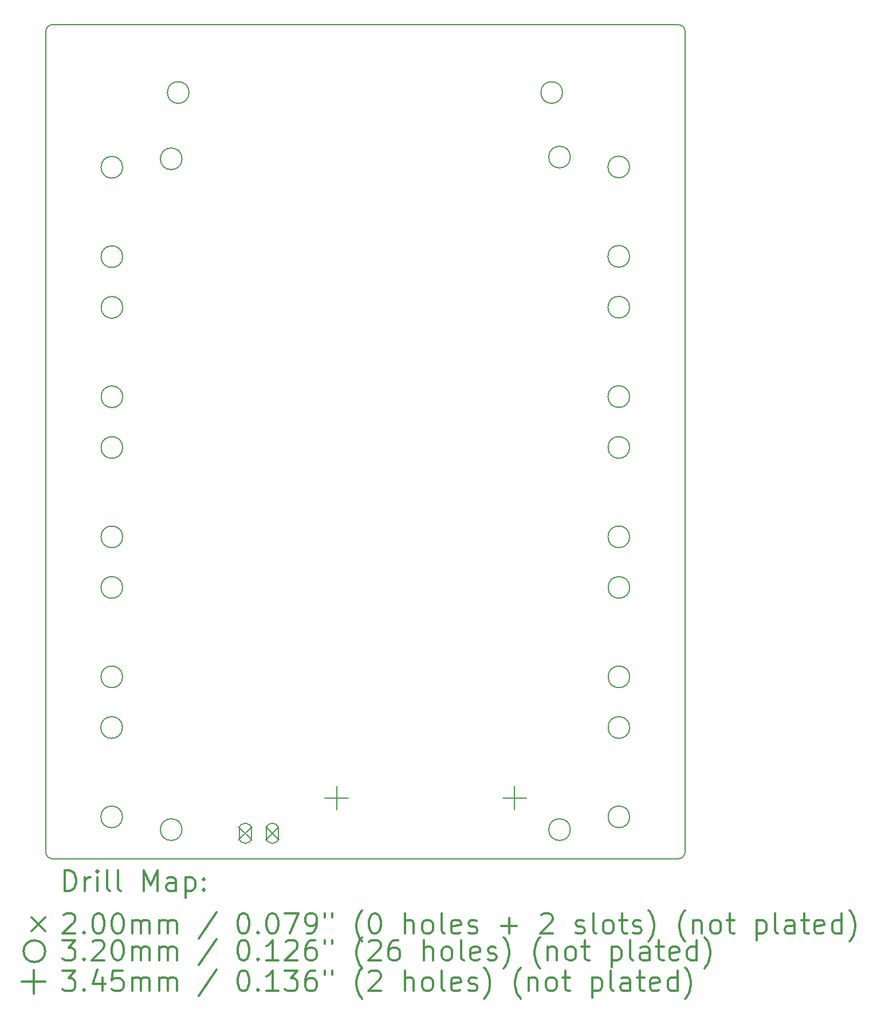
<source format=gbr>
%FSLAX45Y45*%
G04 Gerber Fmt 4.5, Leading zero omitted, Abs format (unit mm)*
G04 Created by KiCad (PCBNEW (5.1.8-0-10_14)) date 2021-03-27 13:16:18*
%MOMM*%
%LPD*%
G01*
G04 APERTURE LIST*
%TA.AperFunction,Profile*%
%ADD10C,0.150000*%
%TD*%
%ADD11C,0.200000*%
%ADD12C,0.300000*%
G04 APERTURE END LIST*
D10*
X11137900Y-14414500D02*
X1892300Y-14414500D01*
X11239500Y-2197100D02*
X11239500Y-14312900D01*
X1892300Y-2095500D02*
X11137900Y-2095500D01*
X1790700Y-14312900D02*
X1790700Y-2197100D01*
X1892300Y-14414500D02*
G75*
G02*
X1790700Y-14312900I0J101600D01*
G01*
X11239500Y-14312900D02*
G75*
G02*
X11137900Y-14414500I-101600J0D01*
G01*
X11137900Y-2095500D02*
G75*
G02*
X11239500Y-2197100I0J-101600D01*
G01*
X1790700Y-2197100D02*
G75*
G02*
X1892300Y-2095500I101600J0D01*
G01*
D11*
X4640300Y-13936500D02*
X4840300Y-14136500D01*
X4840300Y-13936500D02*
X4640300Y-14136500D01*
X4830300Y-14096500D02*
X4830300Y-13976500D01*
X4650300Y-14096500D02*
X4650300Y-13976500D01*
X4830300Y-13976500D02*
G75*
G03*
X4650300Y-13976500I-90000J0D01*
G01*
X4650300Y-14096500D02*
G75*
G03*
X4830300Y-14096500I90000J0D01*
G01*
X5040300Y-13936500D02*
X5240300Y-14136500D01*
X5240300Y-13936500D02*
X5040300Y-14136500D01*
X5230300Y-14096500D02*
X5230300Y-13976500D01*
X5050300Y-14096500D02*
X5050300Y-13976500D01*
X5230300Y-13976500D02*
G75*
G03*
X5050300Y-13976500I-90000J0D01*
G01*
X5050300Y-14096500D02*
G75*
G03*
X5230300Y-14096500I90000J0D01*
G01*
X3804900Y-13982700D02*
G75*
G03*
X3804900Y-13982700I-160000J0D01*
G01*
X9545300Y-4051300D02*
G75*
G03*
X9545300Y-4051300I-160000J0D01*
G01*
X9545300Y-13982700D02*
G75*
G03*
X9545300Y-13982700I-160000J0D01*
G01*
X3804900Y-4076700D02*
G75*
G03*
X3804900Y-4076700I-160000J0D01*
G01*
X2926500Y-10406700D02*
G75*
G03*
X2926500Y-10406700I-160000J0D01*
G01*
X2926500Y-11726700D02*
G75*
G03*
X2926500Y-11726700I-160000J0D01*
G01*
X2924500Y-12474700D02*
G75*
G03*
X2924500Y-12474700I-160000J0D01*
G01*
X2924500Y-13794700D02*
G75*
G03*
X2924500Y-13794700I-160000J0D01*
G01*
X10421700Y-12474300D02*
G75*
G03*
X10421700Y-12474300I-160000J0D01*
G01*
X10421700Y-13794300D02*
G75*
G03*
X10421700Y-13794300I-160000J0D01*
G01*
X10422700Y-10406300D02*
G75*
G03*
X10422700Y-10406300I-160000J0D01*
G01*
X10422700Y-11726300D02*
G75*
G03*
X10422700Y-11726300I-160000J0D01*
G01*
X10419700Y-4197300D02*
G75*
G03*
X10419700Y-4197300I-160000J0D01*
G01*
X10419700Y-5517300D02*
G75*
G03*
X10419700Y-5517300I-160000J0D01*
G01*
X10420700Y-8339300D02*
G75*
G03*
X10420700Y-8339300I-160000J0D01*
G01*
X10420700Y-9659300D02*
G75*
G03*
X10420700Y-9659300I-160000J0D01*
G01*
X10420700Y-6268300D02*
G75*
G03*
X10420700Y-6268300I-160000J0D01*
G01*
X10420700Y-7588300D02*
G75*
G03*
X10420700Y-7588300I-160000J0D01*
G01*
X2927500Y-4201700D02*
G75*
G03*
X2927500Y-4201700I-160000J0D01*
G01*
X2927500Y-5521700D02*
G75*
G03*
X2927500Y-5521700I-160000J0D01*
G01*
X2928500Y-6270700D02*
G75*
G03*
X2928500Y-6270700I-160000J0D01*
G01*
X2928500Y-7590700D02*
G75*
G03*
X2928500Y-7590700I-160000J0D01*
G01*
X3908500Y-3097900D02*
G75*
G03*
X3908500Y-3097900I-160000J0D01*
G01*
X9428500Y-3097900D02*
G75*
G03*
X9428500Y-3097900I-160000J0D01*
G01*
X2927500Y-8339700D02*
G75*
G03*
X2927500Y-8339700I-160000J0D01*
G01*
X2927500Y-9659700D02*
G75*
G03*
X2927500Y-9659700I-160000J0D01*
G01*
X6089100Y-13340890D02*
X6089100Y-13685710D01*
X5916690Y-13513300D02*
X6261510Y-13513300D01*
X8719100Y-13340890D02*
X8719100Y-13685710D01*
X8546690Y-13513300D02*
X8891510Y-13513300D01*
D12*
X2069628Y-14887714D02*
X2069628Y-14587714D01*
X2141057Y-14587714D01*
X2183914Y-14602000D01*
X2212486Y-14630571D01*
X2226771Y-14659143D01*
X2241057Y-14716286D01*
X2241057Y-14759143D01*
X2226771Y-14816286D01*
X2212486Y-14844857D01*
X2183914Y-14873429D01*
X2141057Y-14887714D01*
X2069628Y-14887714D01*
X2369628Y-14887714D02*
X2369628Y-14687714D01*
X2369628Y-14744857D02*
X2383914Y-14716286D01*
X2398200Y-14702000D01*
X2426771Y-14687714D01*
X2455343Y-14687714D01*
X2555343Y-14887714D02*
X2555343Y-14687714D01*
X2555343Y-14587714D02*
X2541057Y-14602000D01*
X2555343Y-14616286D01*
X2569628Y-14602000D01*
X2555343Y-14587714D01*
X2555343Y-14616286D01*
X2741057Y-14887714D02*
X2712486Y-14873429D01*
X2698200Y-14844857D01*
X2698200Y-14587714D01*
X2898200Y-14887714D02*
X2869628Y-14873429D01*
X2855343Y-14844857D01*
X2855343Y-14587714D01*
X3241057Y-14887714D02*
X3241057Y-14587714D01*
X3341057Y-14802000D01*
X3441057Y-14587714D01*
X3441057Y-14887714D01*
X3712486Y-14887714D02*
X3712486Y-14730571D01*
X3698200Y-14702000D01*
X3669628Y-14687714D01*
X3612486Y-14687714D01*
X3583914Y-14702000D01*
X3712486Y-14873429D02*
X3683914Y-14887714D01*
X3612486Y-14887714D01*
X3583914Y-14873429D01*
X3569628Y-14844857D01*
X3569628Y-14816286D01*
X3583914Y-14787714D01*
X3612486Y-14773429D01*
X3683914Y-14773429D01*
X3712486Y-14759143D01*
X3855343Y-14687714D02*
X3855343Y-14987714D01*
X3855343Y-14702000D02*
X3883914Y-14687714D01*
X3941057Y-14687714D01*
X3969628Y-14702000D01*
X3983914Y-14716286D01*
X3998200Y-14744857D01*
X3998200Y-14830571D01*
X3983914Y-14859143D01*
X3969628Y-14873429D01*
X3941057Y-14887714D01*
X3883914Y-14887714D01*
X3855343Y-14873429D01*
X4126771Y-14859143D02*
X4141057Y-14873429D01*
X4126771Y-14887714D01*
X4112486Y-14873429D01*
X4126771Y-14859143D01*
X4126771Y-14887714D01*
X4126771Y-14702000D02*
X4141057Y-14716286D01*
X4126771Y-14730571D01*
X4112486Y-14716286D01*
X4126771Y-14702000D01*
X4126771Y-14730571D01*
X1583200Y-15282000D02*
X1783200Y-15482000D01*
X1783200Y-15282000D02*
X1583200Y-15482000D01*
X2055343Y-15246286D02*
X2069628Y-15232000D01*
X2098200Y-15217714D01*
X2169628Y-15217714D01*
X2198200Y-15232000D01*
X2212486Y-15246286D01*
X2226771Y-15274857D01*
X2226771Y-15303429D01*
X2212486Y-15346286D01*
X2041057Y-15517714D01*
X2226771Y-15517714D01*
X2355343Y-15489143D02*
X2369628Y-15503429D01*
X2355343Y-15517714D01*
X2341057Y-15503429D01*
X2355343Y-15489143D01*
X2355343Y-15517714D01*
X2555343Y-15217714D02*
X2583914Y-15217714D01*
X2612486Y-15232000D01*
X2626771Y-15246286D01*
X2641057Y-15274857D01*
X2655343Y-15332000D01*
X2655343Y-15403429D01*
X2641057Y-15460571D01*
X2626771Y-15489143D01*
X2612486Y-15503429D01*
X2583914Y-15517714D01*
X2555343Y-15517714D01*
X2526771Y-15503429D01*
X2512486Y-15489143D01*
X2498200Y-15460571D01*
X2483914Y-15403429D01*
X2483914Y-15332000D01*
X2498200Y-15274857D01*
X2512486Y-15246286D01*
X2526771Y-15232000D01*
X2555343Y-15217714D01*
X2841057Y-15217714D02*
X2869628Y-15217714D01*
X2898200Y-15232000D01*
X2912486Y-15246286D01*
X2926771Y-15274857D01*
X2941057Y-15332000D01*
X2941057Y-15403429D01*
X2926771Y-15460571D01*
X2912486Y-15489143D01*
X2898200Y-15503429D01*
X2869628Y-15517714D01*
X2841057Y-15517714D01*
X2812486Y-15503429D01*
X2798200Y-15489143D01*
X2783914Y-15460571D01*
X2769628Y-15403429D01*
X2769628Y-15332000D01*
X2783914Y-15274857D01*
X2798200Y-15246286D01*
X2812486Y-15232000D01*
X2841057Y-15217714D01*
X3069628Y-15517714D02*
X3069628Y-15317714D01*
X3069628Y-15346286D02*
X3083914Y-15332000D01*
X3112486Y-15317714D01*
X3155343Y-15317714D01*
X3183914Y-15332000D01*
X3198200Y-15360571D01*
X3198200Y-15517714D01*
X3198200Y-15360571D02*
X3212486Y-15332000D01*
X3241057Y-15317714D01*
X3283914Y-15317714D01*
X3312486Y-15332000D01*
X3326771Y-15360571D01*
X3326771Y-15517714D01*
X3469628Y-15517714D02*
X3469628Y-15317714D01*
X3469628Y-15346286D02*
X3483914Y-15332000D01*
X3512486Y-15317714D01*
X3555343Y-15317714D01*
X3583914Y-15332000D01*
X3598200Y-15360571D01*
X3598200Y-15517714D01*
X3598200Y-15360571D02*
X3612486Y-15332000D01*
X3641057Y-15317714D01*
X3683914Y-15317714D01*
X3712486Y-15332000D01*
X3726771Y-15360571D01*
X3726771Y-15517714D01*
X4312486Y-15203429D02*
X4055343Y-15589143D01*
X4698200Y-15217714D02*
X4726771Y-15217714D01*
X4755343Y-15232000D01*
X4769628Y-15246286D01*
X4783914Y-15274857D01*
X4798200Y-15332000D01*
X4798200Y-15403429D01*
X4783914Y-15460571D01*
X4769628Y-15489143D01*
X4755343Y-15503429D01*
X4726771Y-15517714D01*
X4698200Y-15517714D01*
X4669628Y-15503429D01*
X4655343Y-15489143D01*
X4641057Y-15460571D01*
X4626771Y-15403429D01*
X4626771Y-15332000D01*
X4641057Y-15274857D01*
X4655343Y-15246286D01*
X4669628Y-15232000D01*
X4698200Y-15217714D01*
X4926771Y-15489143D02*
X4941057Y-15503429D01*
X4926771Y-15517714D01*
X4912486Y-15503429D01*
X4926771Y-15489143D01*
X4926771Y-15517714D01*
X5126771Y-15217714D02*
X5155343Y-15217714D01*
X5183914Y-15232000D01*
X5198200Y-15246286D01*
X5212486Y-15274857D01*
X5226771Y-15332000D01*
X5226771Y-15403429D01*
X5212486Y-15460571D01*
X5198200Y-15489143D01*
X5183914Y-15503429D01*
X5155343Y-15517714D01*
X5126771Y-15517714D01*
X5098200Y-15503429D01*
X5083914Y-15489143D01*
X5069628Y-15460571D01*
X5055343Y-15403429D01*
X5055343Y-15332000D01*
X5069628Y-15274857D01*
X5083914Y-15246286D01*
X5098200Y-15232000D01*
X5126771Y-15217714D01*
X5326771Y-15217714D02*
X5526771Y-15217714D01*
X5398200Y-15517714D01*
X5655343Y-15517714D02*
X5712486Y-15517714D01*
X5741057Y-15503429D01*
X5755343Y-15489143D01*
X5783914Y-15446286D01*
X5798200Y-15389143D01*
X5798200Y-15274857D01*
X5783914Y-15246286D01*
X5769628Y-15232000D01*
X5741057Y-15217714D01*
X5683914Y-15217714D01*
X5655343Y-15232000D01*
X5641057Y-15246286D01*
X5626771Y-15274857D01*
X5626771Y-15346286D01*
X5641057Y-15374857D01*
X5655343Y-15389143D01*
X5683914Y-15403429D01*
X5741057Y-15403429D01*
X5769628Y-15389143D01*
X5783914Y-15374857D01*
X5798200Y-15346286D01*
X5912486Y-15217714D02*
X5912486Y-15274857D01*
X6026771Y-15217714D02*
X6026771Y-15274857D01*
X6469628Y-15632000D02*
X6455343Y-15617714D01*
X6426771Y-15574857D01*
X6412486Y-15546286D01*
X6398200Y-15503429D01*
X6383914Y-15432000D01*
X6383914Y-15374857D01*
X6398200Y-15303429D01*
X6412486Y-15260571D01*
X6426771Y-15232000D01*
X6455343Y-15189143D01*
X6469628Y-15174857D01*
X6641057Y-15217714D02*
X6669628Y-15217714D01*
X6698200Y-15232000D01*
X6712486Y-15246286D01*
X6726771Y-15274857D01*
X6741057Y-15332000D01*
X6741057Y-15403429D01*
X6726771Y-15460571D01*
X6712486Y-15489143D01*
X6698200Y-15503429D01*
X6669628Y-15517714D01*
X6641057Y-15517714D01*
X6612486Y-15503429D01*
X6598200Y-15489143D01*
X6583914Y-15460571D01*
X6569628Y-15403429D01*
X6569628Y-15332000D01*
X6583914Y-15274857D01*
X6598200Y-15246286D01*
X6612486Y-15232000D01*
X6641057Y-15217714D01*
X7098200Y-15517714D02*
X7098200Y-15217714D01*
X7226771Y-15517714D02*
X7226771Y-15360571D01*
X7212486Y-15332000D01*
X7183914Y-15317714D01*
X7141057Y-15317714D01*
X7112486Y-15332000D01*
X7098200Y-15346286D01*
X7412486Y-15517714D02*
X7383914Y-15503429D01*
X7369628Y-15489143D01*
X7355343Y-15460571D01*
X7355343Y-15374857D01*
X7369628Y-15346286D01*
X7383914Y-15332000D01*
X7412486Y-15317714D01*
X7455343Y-15317714D01*
X7483914Y-15332000D01*
X7498200Y-15346286D01*
X7512486Y-15374857D01*
X7512486Y-15460571D01*
X7498200Y-15489143D01*
X7483914Y-15503429D01*
X7455343Y-15517714D01*
X7412486Y-15517714D01*
X7683914Y-15517714D02*
X7655343Y-15503429D01*
X7641057Y-15474857D01*
X7641057Y-15217714D01*
X7912486Y-15503429D02*
X7883914Y-15517714D01*
X7826771Y-15517714D01*
X7798200Y-15503429D01*
X7783914Y-15474857D01*
X7783914Y-15360571D01*
X7798200Y-15332000D01*
X7826771Y-15317714D01*
X7883914Y-15317714D01*
X7912486Y-15332000D01*
X7926771Y-15360571D01*
X7926771Y-15389143D01*
X7783914Y-15417714D01*
X8041057Y-15503429D02*
X8069628Y-15517714D01*
X8126771Y-15517714D01*
X8155343Y-15503429D01*
X8169628Y-15474857D01*
X8169628Y-15460571D01*
X8155343Y-15432000D01*
X8126771Y-15417714D01*
X8083914Y-15417714D01*
X8055343Y-15403429D01*
X8041057Y-15374857D01*
X8041057Y-15360571D01*
X8055343Y-15332000D01*
X8083914Y-15317714D01*
X8126771Y-15317714D01*
X8155343Y-15332000D01*
X8526771Y-15403429D02*
X8755343Y-15403429D01*
X8641057Y-15517714D02*
X8641057Y-15289143D01*
X9112486Y-15246286D02*
X9126771Y-15232000D01*
X9155343Y-15217714D01*
X9226771Y-15217714D01*
X9255343Y-15232000D01*
X9269628Y-15246286D01*
X9283914Y-15274857D01*
X9283914Y-15303429D01*
X9269628Y-15346286D01*
X9098200Y-15517714D01*
X9283914Y-15517714D01*
X9626771Y-15503429D02*
X9655343Y-15517714D01*
X9712486Y-15517714D01*
X9741057Y-15503429D01*
X9755343Y-15474857D01*
X9755343Y-15460571D01*
X9741057Y-15432000D01*
X9712486Y-15417714D01*
X9669628Y-15417714D01*
X9641057Y-15403429D01*
X9626771Y-15374857D01*
X9626771Y-15360571D01*
X9641057Y-15332000D01*
X9669628Y-15317714D01*
X9712486Y-15317714D01*
X9741057Y-15332000D01*
X9926771Y-15517714D02*
X9898200Y-15503429D01*
X9883914Y-15474857D01*
X9883914Y-15217714D01*
X10083914Y-15517714D02*
X10055343Y-15503429D01*
X10041057Y-15489143D01*
X10026771Y-15460571D01*
X10026771Y-15374857D01*
X10041057Y-15346286D01*
X10055343Y-15332000D01*
X10083914Y-15317714D01*
X10126771Y-15317714D01*
X10155343Y-15332000D01*
X10169628Y-15346286D01*
X10183914Y-15374857D01*
X10183914Y-15460571D01*
X10169628Y-15489143D01*
X10155343Y-15503429D01*
X10126771Y-15517714D01*
X10083914Y-15517714D01*
X10269628Y-15317714D02*
X10383914Y-15317714D01*
X10312486Y-15217714D02*
X10312486Y-15474857D01*
X10326771Y-15503429D01*
X10355343Y-15517714D01*
X10383914Y-15517714D01*
X10469628Y-15503429D02*
X10498200Y-15517714D01*
X10555343Y-15517714D01*
X10583914Y-15503429D01*
X10598200Y-15474857D01*
X10598200Y-15460571D01*
X10583914Y-15432000D01*
X10555343Y-15417714D01*
X10512486Y-15417714D01*
X10483914Y-15403429D01*
X10469628Y-15374857D01*
X10469628Y-15360571D01*
X10483914Y-15332000D01*
X10512486Y-15317714D01*
X10555343Y-15317714D01*
X10583914Y-15332000D01*
X10698200Y-15632000D02*
X10712486Y-15617714D01*
X10741057Y-15574857D01*
X10755343Y-15546286D01*
X10769628Y-15503429D01*
X10783914Y-15432000D01*
X10783914Y-15374857D01*
X10769628Y-15303429D01*
X10755343Y-15260571D01*
X10741057Y-15232000D01*
X10712486Y-15189143D01*
X10698200Y-15174857D01*
X11241057Y-15632000D02*
X11226771Y-15617714D01*
X11198200Y-15574857D01*
X11183914Y-15546286D01*
X11169628Y-15503429D01*
X11155343Y-15432000D01*
X11155343Y-15374857D01*
X11169628Y-15303429D01*
X11183914Y-15260571D01*
X11198200Y-15232000D01*
X11226771Y-15189143D01*
X11241057Y-15174857D01*
X11355343Y-15317714D02*
X11355343Y-15517714D01*
X11355343Y-15346286D02*
X11369628Y-15332000D01*
X11398200Y-15317714D01*
X11441057Y-15317714D01*
X11469628Y-15332000D01*
X11483914Y-15360571D01*
X11483914Y-15517714D01*
X11669628Y-15517714D02*
X11641057Y-15503429D01*
X11626771Y-15489143D01*
X11612486Y-15460571D01*
X11612486Y-15374857D01*
X11626771Y-15346286D01*
X11641057Y-15332000D01*
X11669628Y-15317714D01*
X11712486Y-15317714D01*
X11741057Y-15332000D01*
X11755343Y-15346286D01*
X11769628Y-15374857D01*
X11769628Y-15460571D01*
X11755343Y-15489143D01*
X11741057Y-15503429D01*
X11712486Y-15517714D01*
X11669628Y-15517714D01*
X11855343Y-15317714D02*
X11969628Y-15317714D01*
X11898200Y-15217714D02*
X11898200Y-15474857D01*
X11912486Y-15503429D01*
X11941057Y-15517714D01*
X11969628Y-15517714D01*
X12298200Y-15317714D02*
X12298200Y-15617714D01*
X12298200Y-15332000D02*
X12326771Y-15317714D01*
X12383914Y-15317714D01*
X12412486Y-15332000D01*
X12426771Y-15346286D01*
X12441057Y-15374857D01*
X12441057Y-15460571D01*
X12426771Y-15489143D01*
X12412486Y-15503429D01*
X12383914Y-15517714D01*
X12326771Y-15517714D01*
X12298200Y-15503429D01*
X12612486Y-15517714D02*
X12583914Y-15503429D01*
X12569628Y-15474857D01*
X12569628Y-15217714D01*
X12855343Y-15517714D02*
X12855343Y-15360571D01*
X12841057Y-15332000D01*
X12812486Y-15317714D01*
X12755343Y-15317714D01*
X12726771Y-15332000D01*
X12855343Y-15503429D02*
X12826771Y-15517714D01*
X12755343Y-15517714D01*
X12726771Y-15503429D01*
X12712486Y-15474857D01*
X12712486Y-15446286D01*
X12726771Y-15417714D01*
X12755343Y-15403429D01*
X12826771Y-15403429D01*
X12855343Y-15389143D01*
X12955343Y-15317714D02*
X13069628Y-15317714D01*
X12998200Y-15217714D02*
X12998200Y-15474857D01*
X13012486Y-15503429D01*
X13041057Y-15517714D01*
X13069628Y-15517714D01*
X13283914Y-15503429D02*
X13255343Y-15517714D01*
X13198200Y-15517714D01*
X13169628Y-15503429D01*
X13155343Y-15474857D01*
X13155343Y-15360571D01*
X13169628Y-15332000D01*
X13198200Y-15317714D01*
X13255343Y-15317714D01*
X13283914Y-15332000D01*
X13298200Y-15360571D01*
X13298200Y-15389143D01*
X13155343Y-15417714D01*
X13555343Y-15517714D02*
X13555343Y-15217714D01*
X13555343Y-15503429D02*
X13526771Y-15517714D01*
X13469628Y-15517714D01*
X13441057Y-15503429D01*
X13426771Y-15489143D01*
X13412486Y-15460571D01*
X13412486Y-15374857D01*
X13426771Y-15346286D01*
X13441057Y-15332000D01*
X13469628Y-15317714D01*
X13526771Y-15317714D01*
X13555343Y-15332000D01*
X13669628Y-15632000D02*
X13683914Y-15617714D01*
X13712486Y-15574857D01*
X13726771Y-15546286D01*
X13741057Y-15503429D01*
X13755343Y-15432000D01*
X13755343Y-15374857D01*
X13741057Y-15303429D01*
X13726771Y-15260571D01*
X13712486Y-15232000D01*
X13683914Y-15189143D01*
X13669628Y-15174857D01*
X1783200Y-15778000D02*
G75*
G03*
X1783200Y-15778000I-160000J0D01*
G01*
X2041057Y-15613714D02*
X2226771Y-15613714D01*
X2126771Y-15728000D01*
X2169628Y-15728000D01*
X2198200Y-15742286D01*
X2212486Y-15756571D01*
X2226771Y-15785143D01*
X2226771Y-15856571D01*
X2212486Y-15885143D01*
X2198200Y-15899429D01*
X2169628Y-15913714D01*
X2083914Y-15913714D01*
X2055343Y-15899429D01*
X2041057Y-15885143D01*
X2355343Y-15885143D02*
X2369628Y-15899429D01*
X2355343Y-15913714D01*
X2341057Y-15899429D01*
X2355343Y-15885143D01*
X2355343Y-15913714D01*
X2483914Y-15642286D02*
X2498200Y-15628000D01*
X2526771Y-15613714D01*
X2598200Y-15613714D01*
X2626771Y-15628000D01*
X2641057Y-15642286D01*
X2655343Y-15670857D01*
X2655343Y-15699429D01*
X2641057Y-15742286D01*
X2469628Y-15913714D01*
X2655343Y-15913714D01*
X2841057Y-15613714D02*
X2869628Y-15613714D01*
X2898200Y-15628000D01*
X2912486Y-15642286D01*
X2926771Y-15670857D01*
X2941057Y-15728000D01*
X2941057Y-15799429D01*
X2926771Y-15856571D01*
X2912486Y-15885143D01*
X2898200Y-15899429D01*
X2869628Y-15913714D01*
X2841057Y-15913714D01*
X2812486Y-15899429D01*
X2798200Y-15885143D01*
X2783914Y-15856571D01*
X2769628Y-15799429D01*
X2769628Y-15728000D01*
X2783914Y-15670857D01*
X2798200Y-15642286D01*
X2812486Y-15628000D01*
X2841057Y-15613714D01*
X3069628Y-15913714D02*
X3069628Y-15713714D01*
X3069628Y-15742286D02*
X3083914Y-15728000D01*
X3112486Y-15713714D01*
X3155343Y-15713714D01*
X3183914Y-15728000D01*
X3198200Y-15756571D01*
X3198200Y-15913714D01*
X3198200Y-15756571D02*
X3212486Y-15728000D01*
X3241057Y-15713714D01*
X3283914Y-15713714D01*
X3312486Y-15728000D01*
X3326771Y-15756571D01*
X3326771Y-15913714D01*
X3469628Y-15913714D02*
X3469628Y-15713714D01*
X3469628Y-15742286D02*
X3483914Y-15728000D01*
X3512486Y-15713714D01*
X3555343Y-15713714D01*
X3583914Y-15728000D01*
X3598200Y-15756571D01*
X3598200Y-15913714D01*
X3598200Y-15756571D02*
X3612486Y-15728000D01*
X3641057Y-15713714D01*
X3683914Y-15713714D01*
X3712486Y-15728000D01*
X3726771Y-15756571D01*
X3726771Y-15913714D01*
X4312486Y-15599429D02*
X4055343Y-15985143D01*
X4698200Y-15613714D02*
X4726771Y-15613714D01*
X4755343Y-15628000D01*
X4769628Y-15642286D01*
X4783914Y-15670857D01*
X4798200Y-15728000D01*
X4798200Y-15799429D01*
X4783914Y-15856571D01*
X4769628Y-15885143D01*
X4755343Y-15899429D01*
X4726771Y-15913714D01*
X4698200Y-15913714D01*
X4669628Y-15899429D01*
X4655343Y-15885143D01*
X4641057Y-15856571D01*
X4626771Y-15799429D01*
X4626771Y-15728000D01*
X4641057Y-15670857D01*
X4655343Y-15642286D01*
X4669628Y-15628000D01*
X4698200Y-15613714D01*
X4926771Y-15885143D02*
X4941057Y-15899429D01*
X4926771Y-15913714D01*
X4912486Y-15899429D01*
X4926771Y-15885143D01*
X4926771Y-15913714D01*
X5226771Y-15913714D02*
X5055343Y-15913714D01*
X5141057Y-15913714D02*
X5141057Y-15613714D01*
X5112486Y-15656571D01*
X5083914Y-15685143D01*
X5055343Y-15699429D01*
X5341057Y-15642286D02*
X5355343Y-15628000D01*
X5383914Y-15613714D01*
X5455343Y-15613714D01*
X5483914Y-15628000D01*
X5498200Y-15642286D01*
X5512486Y-15670857D01*
X5512486Y-15699429D01*
X5498200Y-15742286D01*
X5326771Y-15913714D01*
X5512486Y-15913714D01*
X5769628Y-15613714D02*
X5712486Y-15613714D01*
X5683914Y-15628000D01*
X5669628Y-15642286D01*
X5641057Y-15685143D01*
X5626771Y-15742286D01*
X5626771Y-15856571D01*
X5641057Y-15885143D01*
X5655343Y-15899429D01*
X5683914Y-15913714D01*
X5741057Y-15913714D01*
X5769628Y-15899429D01*
X5783914Y-15885143D01*
X5798200Y-15856571D01*
X5798200Y-15785143D01*
X5783914Y-15756571D01*
X5769628Y-15742286D01*
X5741057Y-15728000D01*
X5683914Y-15728000D01*
X5655343Y-15742286D01*
X5641057Y-15756571D01*
X5626771Y-15785143D01*
X5912486Y-15613714D02*
X5912486Y-15670857D01*
X6026771Y-15613714D02*
X6026771Y-15670857D01*
X6469628Y-16028000D02*
X6455343Y-16013714D01*
X6426771Y-15970857D01*
X6412486Y-15942286D01*
X6398200Y-15899429D01*
X6383914Y-15828000D01*
X6383914Y-15770857D01*
X6398200Y-15699429D01*
X6412486Y-15656571D01*
X6426771Y-15628000D01*
X6455343Y-15585143D01*
X6469628Y-15570857D01*
X6569628Y-15642286D02*
X6583914Y-15628000D01*
X6612486Y-15613714D01*
X6683914Y-15613714D01*
X6712486Y-15628000D01*
X6726771Y-15642286D01*
X6741057Y-15670857D01*
X6741057Y-15699429D01*
X6726771Y-15742286D01*
X6555343Y-15913714D01*
X6741057Y-15913714D01*
X6998200Y-15613714D02*
X6941057Y-15613714D01*
X6912486Y-15628000D01*
X6898200Y-15642286D01*
X6869628Y-15685143D01*
X6855343Y-15742286D01*
X6855343Y-15856571D01*
X6869628Y-15885143D01*
X6883914Y-15899429D01*
X6912486Y-15913714D01*
X6969628Y-15913714D01*
X6998200Y-15899429D01*
X7012486Y-15885143D01*
X7026771Y-15856571D01*
X7026771Y-15785143D01*
X7012486Y-15756571D01*
X6998200Y-15742286D01*
X6969628Y-15728000D01*
X6912486Y-15728000D01*
X6883914Y-15742286D01*
X6869628Y-15756571D01*
X6855343Y-15785143D01*
X7383914Y-15913714D02*
X7383914Y-15613714D01*
X7512486Y-15913714D02*
X7512486Y-15756571D01*
X7498200Y-15728000D01*
X7469628Y-15713714D01*
X7426771Y-15713714D01*
X7398200Y-15728000D01*
X7383914Y-15742286D01*
X7698200Y-15913714D02*
X7669628Y-15899429D01*
X7655343Y-15885143D01*
X7641057Y-15856571D01*
X7641057Y-15770857D01*
X7655343Y-15742286D01*
X7669628Y-15728000D01*
X7698200Y-15713714D01*
X7741057Y-15713714D01*
X7769628Y-15728000D01*
X7783914Y-15742286D01*
X7798200Y-15770857D01*
X7798200Y-15856571D01*
X7783914Y-15885143D01*
X7769628Y-15899429D01*
X7741057Y-15913714D01*
X7698200Y-15913714D01*
X7969628Y-15913714D02*
X7941057Y-15899429D01*
X7926771Y-15870857D01*
X7926771Y-15613714D01*
X8198200Y-15899429D02*
X8169628Y-15913714D01*
X8112486Y-15913714D01*
X8083914Y-15899429D01*
X8069628Y-15870857D01*
X8069628Y-15756571D01*
X8083914Y-15728000D01*
X8112486Y-15713714D01*
X8169628Y-15713714D01*
X8198200Y-15728000D01*
X8212486Y-15756571D01*
X8212486Y-15785143D01*
X8069628Y-15813714D01*
X8326771Y-15899429D02*
X8355343Y-15913714D01*
X8412486Y-15913714D01*
X8441057Y-15899429D01*
X8455343Y-15870857D01*
X8455343Y-15856571D01*
X8441057Y-15828000D01*
X8412486Y-15813714D01*
X8369628Y-15813714D01*
X8341057Y-15799429D01*
X8326771Y-15770857D01*
X8326771Y-15756571D01*
X8341057Y-15728000D01*
X8369628Y-15713714D01*
X8412486Y-15713714D01*
X8441057Y-15728000D01*
X8555343Y-16028000D02*
X8569628Y-16013714D01*
X8598200Y-15970857D01*
X8612486Y-15942286D01*
X8626771Y-15899429D01*
X8641057Y-15828000D01*
X8641057Y-15770857D01*
X8626771Y-15699429D01*
X8612486Y-15656571D01*
X8598200Y-15628000D01*
X8569628Y-15585143D01*
X8555343Y-15570857D01*
X9098200Y-16028000D02*
X9083914Y-16013714D01*
X9055343Y-15970857D01*
X9041057Y-15942286D01*
X9026771Y-15899429D01*
X9012486Y-15828000D01*
X9012486Y-15770857D01*
X9026771Y-15699429D01*
X9041057Y-15656571D01*
X9055343Y-15628000D01*
X9083914Y-15585143D01*
X9098200Y-15570857D01*
X9212486Y-15713714D02*
X9212486Y-15913714D01*
X9212486Y-15742286D02*
X9226771Y-15728000D01*
X9255343Y-15713714D01*
X9298200Y-15713714D01*
X9326771Y-15728000D01*
X9341057Y-15756571D01*
X9341057Y-15913714D01*
X9526771Y-15913714D02*
X9498200Y-15899429D01*
X9483914Y-15885143D01*
X9469628Y-15856571D01*
X9469628Y-15770857D01*
X9483914Y-15742286D01*
X9498200Y-15728000D01*
X9526771Y-15713714D01*
X9569628Y-15713714D01*
X9598200Y-15728000D01*
X9612486Y-15742286D01*
X9626771Y-15770857D01*
X9626771Y-15856571D01*
X9612486Y-15885143D01*
X9598200Y-15899429D01*
X9569628Y-15913714D01*
X9526771Y-15913714D01*
X9712486Y-15713714D02*
X9826771Y-15713714D01*
X9755343Y-15613714D02*
X9755343Y-15870857D01*
X9769628Y-15899429D01*
X9798200Y-15913714D01*
X9826771Y-15913714D01*
X10155343Y-15713714D02*
X10155343Y-16013714D01*
X10155343Y-15728000D02*
X10183914Y-15713714D01*
X10241057Y-15713714D01*
X10269628Y-15728000D01*
X10283914Y-15742286D01*
X10298200Y-15770857D01*
X10298200Y-15856571D01*
X10283914Y-15885143D01*
X10269628Y-15899429D01*
X10241057Y-15913714D01*
X10183914Y-15913714D01*
X10155343Y-15899429D01*
X10469628Y-15913714D02*
X10441057Y-15899429D01*
X10426771Y-15870857D01*
X10426771Y-15613714D01*
X10712486Y-15913714D02*
X10712486Y-15756571D01*
X10698200Y-15728000D01*
X10669628Y-15713714D01*
X10612486Y-15713714D01*
X10583914Y-15728000D01*
X10712486Y-15899429D02*
X10683914Y-15913714D01*
X10612486Y-15913714D01*
X10583914Y-15899429D01*
X10569628Y-15870857D01*
X10569628Y-15842286D01*
X10583914Y-15813714D01*
X10612486Y-15799429D01*
X10683914Y-15799429D01*
X10712486Y-15785143D01*
X10812486Y-15713714D02*
X10926771Y-15713714D01*
X10855343Y-15613714D02*
X10855343Y-15870857D01*
X10869628Y-15899429D01*
X10898200Y-15913714D01*
X10926771Y-15913714D01*
X11141057Y-15899429D02*
X11112486Y-15913714D01*
X11055343Y-15913714D01*
X11026771Y-15899429D01*
X11012486Y-15870857D01*
X11012486Y-15756571D01*
X11026771Y-15728000D01*
X11055343Y-15713714D01*
X11112486Y-15713714D01*
X11141057Y-15728000D01*
X11155343Y-15756571D01*
X11155343Y-15785143D01*
X11012486Y-15813714D01*
X11412486Y-15913714D02*
X11412486Y-15613714D01*
X11412486Y-15899429D02*
X11383914Y-15913714D01*
X11326771Y-15913714D01*
X11298200Y-15899429D01*
X11283914Y-15885143D01*
X11269628Y-15856571D01*
X11269628Y-15770857D01*
X11283914Y-15742286D01*
X11298200Y-15728000D01*
X11326771Y-15713714D01*
X11383914Y-15713714D01*
X11412486Y-15728000D01*
X11526771Y-16028000D02*
X11541057Y-16013714D01*
X11569628Y-15970857D01*
X11583914Y-15942286D01*
X11598200Y-15899429D01*
X11612486Y-15828000D01*
X11612486Y-15770857D01*
X11598200Y-15699429D01*
X11583914Y-15656571D01*
X11569628Y-15628000D01*
X11541057Y-15585143D01*
X11526771Y-15570857D01*
X1610790Y-16055590D02*
X1610790Y-16400410D01*
X1438380Y-16228000D02*
X1783200Y-16228000D01*
X2041057Y-16063714D02*
X2226771Y-16063714D01*
X2126771Y-16178000D01*
X2169628Y-16178000D01*
X2198200Y-16192286D01*
X2212486Y-16206571D01*
X2226771Y-16235143D01*
X2226771Y-16306571D01*
X2212486Y-16335143D01*
X2198200Y-16349429D01*
X2169628Y-16363714D01*
X2083914Y-16363714D01*
X2055343Y-16349429D01*
X2041057Y-16335143D01*
X2355343Y-16335143D02*
X2369628Y-16349429D01*
X2355343Y-16363714D01*
X2341057Y-16349429D01*
X2355343Y-16335143D01*
X2355343Y-16363714D01*
X2626771Y-16163714D02*
X2626771Y-16363714D01*
X2555343Y-16049429D02*
X2483914Y-16263714D01*
X2669628Y-16263714D01*
X2926771Y-16063714D02*
X2783914Y-16063714D01*
X2769628Y-16206571D01*
X2783914Y-16192286D01*
X2812486Y-16178000D01*
X2883914Y-16178000D01*
X2912486Y-16192286D01*
X2926771Y-16206571D01*
X2941057Y-16235143D01*
X2941057Y-16306571D01*
X2926771Y-16335143D01*
X2912486Y-16349429D01*
X2883914Y-16363714D01*
X2812486Y-16363714D01*
X2783914Y-16349429D01*
X2769628Y-16335143D01*
X3069628Y-16363714D02*
X3069628Y-16163714D01*
X3069628Y-16192286D02*
X3083914Y-16178000D01*
X3112486Y-16163714D01*
X3155343Y-16163714D01*
X3183914Y-16178000D01*
X3198200Y-16206571D01*
X3198200Y-16363714D01*
X3198200Y-16206571D02*
X3212486Y-16178000D01*
X3241057Y-16163714D01*
X3283914Y-16163714D01*
X3312486Y-16178000D01*
X3326771Y-16206571D01*
X3326771Y-16363714D01*
X3469628Y-16363714D02*
X3469628Y-16163714D01*
X3469628Y-16192286D02*
X3483914Y-16178000D01*
X3512486Y-16163714D01*
X3555343Y-16163714D01*
X3583914Y-16178000D01*
X3598200Y-16206571D01*
X3598200Y-16363714D01*
X3598200Y-16206571D02*
X3612486Y-16178000D01*
X3641057Y-16163714D01*
X3683914Y-16163714D01*
X3712486Y-16178000D01*
X3726771Y-16206571D01*
X3726771Y-16363714D01*
X4312486Y-16049429D02*
X4055343Y-16435143D01*
X4698200Y-16063714D02*
X4726771Y-16063714D01*
X4755343Y-16078000D01*
X4769628Y-16092286D01*
X4783914Y-16120857D01*
X4798200Y-16178000D01*
X4798200Y-16249429D01*
X4783914Y-16306571D01*
X4769628Y-16335143D01*
X4755343Y-16349429D01*
X4726771Y-16363714D01*
X4698200Y-16363714D01*
X4669628Y-16349429D01*
X4655343Y-16335143D01*
X4641057Y-16306571D01*
X4626771Y-16249429D01*
X4626771Y-16178000D01*
X4641057Y-16120857D01*
X4655343Y-16092286D01*
X4669628Y-16078000D01*
X4698200Y-16063714D01*
X4926771Y-16335143D02*
X4941057Y-16349429D01*
X4926771Y-16363714D01*
X4912486Y-16349429D01*
X4926771Y-16335143D01*
X4926771Y-16363714D01*
X5226771Y-16363714D02*
X5055343Y-16363714D01*
X5141057Y-16363714D02*
X5141057Y-16063714D01*
X5112486Y-16106571D01*
X5083914Y-16135143D01*
X5055343Y-16149429D01*
X5326771Y-16063714D02*
X5512486Y-16063714D01*
X5412486Y-16178000D01*
X5455343Y-16178000D01*
X5483914Y-16192286D01*
X5498200Y-16206571D01*
X5512486Y-16235143D01*
X5512486Y-16306571D01*
X5498200Y-16335143D01*
X5483914Y-16349429D01*
X5455343Y-16363714D01*
X5369628Y-16363714D01*
X5341057Y-16349429D01*
X5326771Y-16335143D01*
X5769628Y-16063714D02*
X5712486Y-16063714D01*
X5683914Y-16078000D01*
X5669628Y-16092286D01*
X5641057Y-16135143D01*
X5626771Y-16192286D01*
X5626771Y-16306571D01*
X5641057Y-16335143D01*
X5655343Y-16349429D01*
X5683914Y-16363714D01*
X5741057Y-16363714D01*
X5769628Y-16349429D01*
X5783914Y-16335143D01*
X5798200Y-16306571D01*
X5798200Y-16235143D01*
X5783914Y-16206571D01*
X5769628Y-16192286D01*
X5741057Y-16178000D01*
X5683914Y-16178000D01*
X5655343Y-16192286D01*
X5641057Y-16206571D01*
X5626771Y-16235143D01*
X5912486Y-16063714D02*
X5912486Y-16120857D01*
X6026771Y-16063714D02*
X6026771Y-16120857D01*
X6469628Y-16478000D02*
X6455343Y-16463714D01*
X6426771Y-16420857D01*
X6412486Y-16392286D01*
X6398200Y-16349429D01*
X6383914Y-16278000D01*
X6383914Y-16220857D01*
X6398200Y-16149429D01*
X6412486Y-16106571D01*
X6426771Y-16078000D01*
X6455343Y-16035143D01*
X6469628Y-16020857D01*
X6569628Y-16092286D02*
X6583914Y-16078000D01*
X6612486Y-16063714D01*
X6683914Y-16063714D01*
X6712486Y-16078000D01*
X6726771Y-16092286D01*
X6741057Y-16120857D01*
X6741057Y-16149429D01*
X6726771Y-16192286D01*
X6555343Y-16363714D01*
X6741057Y-16363714D01*
X7098200Y-16363714D02*
X7098200Y-16063714D01*
X7226771Y-16363714D02*
X7226771Y-16206571D01*
X7212486Y-16178000D01*
X7183914Y-16163714D01*
X7141057Y-16163714D01*
X7112486Y-16178000D01*
X7098200Y-16192286D01*
X7412486Y-16363714D02*
X7383914Y-16349429D01*
X7369628Y-16335143D01*
X7355343Y-16306571D01*
X7355343Y-16220857D01*
X7369628Y-16192286D01*
X7383914Y-16178000D01*
X7412486Y-16163714D01*
X7455343Y-16163714D01*
X7483914Y-16178000D01*
X7498200Y-16192286D01*
X7512486Y-16220857D01*
X7512486Y-16306571D01*
X7498200Y-16335143D01*
X7483914Y-16349429D01*
X7455343Y-16363714D01*
X7412486Y-16363714D01*
X7683914Y-16363714D02*
X7655343Y-16349429D01*
X7641057Y-16320857D01*
X7641057Y-16063714D01*
X7912486Y-16349429D02*
X7883914Y-16363714D01*
X7826771Y-16363714D01*
X7798200Y-16349429D01*
X7783914Y-16320857D01*
X7783914Y-16206571D01*
X7798200Y-16178000D01*
X7826771Y-16163714D01*
X7883914Y-16163714D01*
X7912486Y-16178000D01*
X7926771Y-16206571D01*
X7926771Y-16235143D01*
X7783914Y-16263714D01*
X8041057Y-16349429D02*
X8069628Y-16363714D01*
X8126771Y-16363714D01*
X8155343Y-16349429D01*
X8169628Y-16320857D01*
X8169628Y-16306571D01*
X8155343Y-16278000D01*
X8126771Y-16263714D01*
X8083914Y-16263714D01*
X8055343Y-16249429D01*
X8041057Y-16220857D01*
X8041057Y-16206571D01*
X8055343Y-16178000D01*
X8083914Y-16163714D01*
X8126771Y-16163714D01*
X8155343Y-16178000D01*
X8269628Y-16478000D02*
X8283914Y-16463714D01*
X8312486Y-16420857D01*
X8326771Y-16392286D01*
X8341057Y-16349429D01*
X8355343Y-16278000D01*
X8355343Y-16220857D01*
X8341057Y-16149429D01*
X8326771Y-16106571D01*
X8312486Y-16078000D01*
X8283914Y-16035143D01*
X8269628Y-16020857D01*
X8812486Y-16478000D02*
X8798200Y-16463714D01*
X8769628Y-16420857D01*
X8755343Y-16392286D01*
X8741057Y-16349429D01*
X8726771Y-16278000D01*
X8726771Y-16220857D01*
X8741057Y-16149429D01*
X8755343Y-16106571D01*
X8769628Y-16078000D01*
X8798200Y-16035143D01*
X8812486Y-16020857D01*
X8926771Y-16163714D02*
X8926771Y-16363714D01*
X8926771Y-16192286D02*
X8941057Y-16178000D01*
X8969628Y-16163714D01*
X9012486Y-16163714D01*
X9041057Y-16178000D01*
X9055343Y-16206571D01*
X9055343Y-16363714D01*
X9241057Y-16363714D02*
X9212486Y-16349429D01*
X9198200Y-16335143D01*
X9183914Y-16306571D01*
X9183914Y-16220857D01*
X9198200Y-16192286D01*
X9212486Y-16178000D01*
X9241057Y-16163714D01*
X9283914Y-16163714D01*
X9312486Y-16178000D01*
X9326771Y-16192286D01*
X9341057Y-16220857D01*
X9341057Y-16306571D01*
X9326771Y-16335143D01*
X9312486Y-16349429D01*
X9283914Y-16363714D01*
X9241057Y-16363714D01*
X9426771Y-16163714D02*
X9541057Y-16163714D01*
X9469628Y-16063714D02*
X9469628Y-16320857D01*
X9483914Y-16349429D01*
X9512486Y-16363714D01*
X9541057Y-16363714D01*
X9869628Y-16163714D02*
X9869628Y-16463714D01*
X9869628Y-16178000D02*
X9898200Y-16163714D01*
X9955343Y-16163714D01*
X9983914Y-16178000D01*
X9998200Y-16192286D01*
X10012486Y-16220857D01*
X10012486Y-16306571D01*
X9998200Y-16335143D01*
X9983914Y-16349429D01*
X9955343Y-16363714D01*
X9898200Y-16363714D01*
X9869628Y-16349429D01*
X10183914Y-16363714D02*
X10155343Y-16349429D01*
X10141057Y-16320857D01*
X10141057Y-16063714D01*
X10426771Y-16363714D02*
X10426771Y-16206571D01*
X10412486Y-16178000D01*
X10383914Y-16163714D01*
X10326771Y-16163714D01*
X10298200Y-16178000D01*
X10426771Y-16349429D02*
X10398200Y-16363714D01*
X10326771Y-16363714D01*
X10298200Y-16349429D01*
X10283914Y-16320857D01*
X10283914Y-16292286D01*
X10298200Y-16263714D01*
X10326771Y-16249429D01*
X10398200Y-16249429D01*
X10426771Y-16235143D01*
X10526771Y-16163714D02*
X10641057Y-16163714D01*
X10569628Y-16063714D02*
X10569628Y-16320857D01*
X10583914Y-16349429D01*
X10612486Y-16363714D01*
X10641057Y-16363714D01*
X10855343Y-16349429D02*
X10826771Y-16363714D01*
X10769628Y-16363714D01*
X10741057Y-16349429D01*
X10726771Y-16320857D01*
X10726771Y-16206571D01*
X10741057Y-16178000D01*
X10769628Y-16163714D01*
X10826771Y-16163714D01*
X10855343Y-16178000D01*
X10869628Y-16206571D01*
X10869628Y-16235143D01*
X10726771Y-16263714D01*
X11126771Y-16363714D02*
X11126771Y-16063714D01*
X11126771Y-16349429D02*
X11098200Y-16363714D01*
X11041057Y-16363714D01*
X11012486Y-16349429D01*
X10998200Y-16335143D01*
X10983914Y-16306571D01*
X10983914Y-16220857D01*
X10998200Y-16192286D01*
X11012486Y-16178000D01*
X11041057Y-16163714D01*
X11098200Y-16163714D01*
X11126771Y-16178000D01*
X11241057Y-16478000D02*
X11255343Y-16463714D01*
X11283914Y-16420857D01*
X11298200Y-16392286D01*
X11312486Y-16349429D01*
X11326771Y-16278000D01*
X11326771Y-16220857D01*
X11312486Y-16149429D01*
X11298200Y-16106571D01*
X11283914Y-16078000D01*
X11255343Y-16035143D01*
X11241057Y-16020857D01*
M02*

</source>
